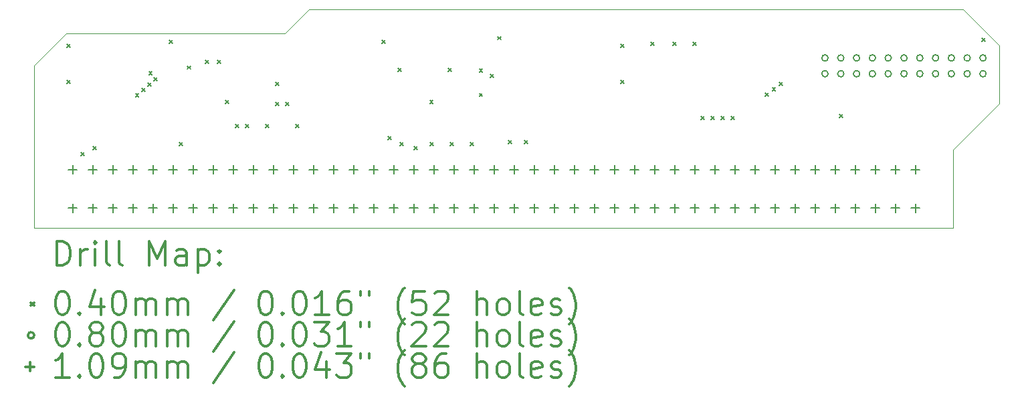
<source format=gbr>
%FSLAX45Y45*%
G04 Gerber Fmt 4.5, Leading zero omitted, Abs format (unit mm)*
G04 Created by KiCad (PCBNEW (5.1.6)-1) date 2022-11-05 15:29:07*
%MOMM*%
%LPD*%
G01*
G04 APERTURE LIST*
%TA.AperFunction,Profile*%
%ADD10C,0.050000*%
%TD*%
%ADD11C,0.200000*%
%ADD12C,0.300000*%
G04 APERTURE END LIST*
D10*
X9677400Y-6731000D02*
X9677400Y-8788400D01*
X10083800Y-6324600D02*
X9677400Y-6731000D01*
X12852400Y-6324600D02*
X10083800Y-6324600D01*
X13157200Y-6019800D02*
X12852400Y-6324600D01*
X21437600Y-6019800D02*
X13157200Y-6019800D01*
X21894800Y-6477000D02*
X21437600Y-6019800D01*
X21894800Y-7213600D02*
X21894800Y-6477000D01*
X21310600Y-7797800D02*
X21894800Y-7213600D01*
X21310600Y-8788400D02*
X21310600Y-7797800D01*
X9677400Y-8788400D02*
X21310600Y-8788400D01*
D11*
X10089200Y-6457000D02*
X10129200Y-6497000D01*
X10129200Y-6457000D02*
X10089200Y-6497000D01*
X10089200Y-6914200D02*
X10129200Y-6954200D01*
X10129200Y-6914200D02*
X10089200Y-6954200D01*
X10267000Y-7828600D02*
X10307000Y-7868600D01*
X10307000Y-7828600D02*
X10267000Y-7868600D01*
X10417985Y-7750985D02*
X10457985Y-7790985D01*
X10457985Y-7750985D02*
X10417985Y-7790985D01*
X10956815Y-7087985D02*
X10996815Y-7127985D01*
X10996815Y-7087985D02*
X10956815Y-7127985D01*
X11040732Y-7020000D02*
X11080732Y-7060000D01*
X11080732Y-7020000D02*
X11040732Y-7060000D01*
X11116808Y-6950000D02*
X11156808Y-6990000D01*
X11156808Y-6950000D02*
X11116808Y-6990000D01*
X11126825Y-6802630D02*
X11166825Y-6842630D01*
X11166825Y-6802630D02*
X11126825Y-6842630D01*
X11190642Y-6880000D02*
X11230642Y-6920000D01*
X11230642Y-6880000D02*
X11190642Y-6920000D01*
X11384600Y-6406200D02*
X11424600Y-6446200D01*
X11424600Y-6406200D02*
X11384600Y-6446200D01*
X11511600Y-7701600D02*
X11551600Y-7741600D01*
X11551600Y-7701600D02*
X11511600Y-7741600D01*
X11613200Y-6732630D02*
X11653200Y-6772630D01*
X11653200Y-6732630D02*
X11613200Y-6772630D01*
X11841800Y-6660200D02*
X11881800Y-6700200D01*
X11881800Y-6660200D02*
X11841800Y-6700200D01*
X11994200Y-6660200D02*
X12034200Y-6700200D01*
X12034200Y-6660200D02*
X11994200Y-6700200D01*
X12095800Y-7168200D02*
X12135800Y-7208200D01*
X12135800Y-7168200D02*
X12095800Y-7208200D01*
X12222800Y-7473000D02*
X12262800Y-7513000D01*
X12262800Y-7473000D02*
X12222800Y-7513000D01*
X12349800Y-7476700D02*
X12389800Y-7516700D01*
X12389800Y-7476700D02*
X12349800Y-7516700D01*
X12603800Y-7473000D02*
X12643800Y-7513000D01*
X12643800Y-7473000D02*
X12603800Y-7513000D01*
X12730800Y-6939600D02*
X12770800Y-6979600D01*
X12770800Y-6939600D02*
X12730800Y-6979600D01*
X12730800Y-7193600D02*
X12770800Y-7233600D01*
X12770800Y-7193600D02*
X12730800Y-7233600D01*
X12857800Y-7193600D02*
X12897800Y-7233600D01*
X12897800Y-7193600D02*
X12857800Y-7233600D01*
X12984800Y-7473000D02*
X13024800Y-7513000D01*
X13024800Y-7473000D02*
X12984800Y-7513000D01*
X14077000Y-6406200D02*
X14117000Y-6446200D01*
X14117000Y-6406200D02*
X14077000Y-6446200D01*
X14153200Y-7625400D02*
X14193200Y-7665400D01*
X14193200Y-7625400D02*
X14153200Y-7665400D01*
X14280200Y-6761800D02*
X14320200Y-6801800D01*
X14320200Y-6761800D02*
X14280200Y-6801800D01*
X14305600Y-7701600D02*
X14345600Y-7741600D01*
X14345600Y-7701600D02*
X14305600Y-7741600D01*
X14483865Y-7752865D02*
X14523865Y-7792865D01*
X14523865Y-7752865D02*
X14483865Y-7792865D01*
X14681901Y-7168200D02*
X14721901Y-7208200D01*
X14721901Y-7168200D02*
X14681901Y-7208200D01*
X14686600Y-7701600D02*
X14726600Y-7741600D01*
X14726600Y-7701600D02*
X14686600Y-7741600D01*
X14915200Y-6761800D02*
X14955200Y-6801800D01*
X14955200Y-6761800D02*
X14915200Y-6801800D01*
X14940600Y-7701600D02*
X14980600Y-7741600D01*
X14980600Y-7701600D02*
X14940600Y-7741600D01*
X15194600Y-7701600D02*
X15234600Y-7741600D01*
X15234600Y-7701600D02*
X15194600Y-7741600D01*
X15309365Y-6774035D02*
X15349365Y-6814035D01*
X15349365Y-6774035D02*
X15309365Y-6814035D01*
X15309365Y-7079765D02*
X15349365Y-7119765D01*
X15349365Y-7079765D02*
X15309365Y-7119765D01*
X15448600Y-6838000D02*
X15488600Y-6878000D01*
X15488600Y-6838000D02*
X15448600Y-6878000D01*
X15544401Y-6361199D02*
X15584401Y-6401199D01*
X15584401Y-6361199D02*
X15544401Y-6401199D01*
X15677200Y-7676200D02*
X15717200Y-7716200D01*
X15717200Y-7676200D02*
X15677200Y-7716200D01*
X15880400Y-7676200D02*
X15920400Y-7716200D01*
X15920400Y-7676200D02*
X15880400Y-7716200D01*
X17099600Y-6457000D02*
X17139600Y-6497000D01*
X17139600Y-6457000D02*
X17099600Y-6497000D01*
X17099600Y-6914200D02*
X17139600Y-6954200D01*
X17139600Y-6914200D02*
X17099600Y-6954200D01*
X17480600Y-6431600D02*
X17520600Y-6471600D01*
X17520600Y-6431600D02*
X17480600Y-6471600D01*
X17760000Y-6431600D02*
X17800000Y-6471600D01*
X17800000Y-6431600D02*
X17760000Y-6471600D01*
X18014000Y-6431600D02*
X18054000Y-6471600D01*
X18054000Y-6431600D02*
X18014000Y-6471600D01*
X18115600Y-7371400D02*
X18155600Y-7411400D01*
X18155600Y-7371400D02*
X18115600Y-7411400D01*
X18242600Y-7371400D02*
X18282600Y-7411400D01*
X18282600Y-7371400D02*
X18242600Y-7411400D01*
X18369600Y-7371400D02*
X18409600Y-7411400D01*
X18409600Y-7371400D02*
X18369600Y-7411400D01*
X18496600Y-7371400D02*
X18536600Y-7411400D01*
X18536600Y-7371400D02*
X18496600Y-7411400D01*
X18928400Y-7079600D02*
X18968400Y-7119600D01*
X18968400Y-7079600D02*
X18928400Y-7119600D01*
X19016757Y-7009600D02*
X19056757Y-7049600D01*
X19056757Y-7009600D02*
X19016757Y-7049600D01*
X19106200Y-6939600D02*
X19146200Y-6979600D01*
X19146200Y-6939600D02*
X19106200Y-6979600D01*
X19868200Y-7346000D02*
X19908200Y-7386000D01*
X19908200Y-7346000D02*
X19868200Y-7386000D01*
X21671600Y-6380800D02*
X21711600Y-6420800D01*
X21711600Y-6380800D02*
X21671600Y-6420800D01*
X19725200Y-6632600D02*
G75*
G03*
X19725200Y-6632600I-40000J0D01*
G01*
X19725200Y-6832600D02*
G75*
G03*
X19725200Y-6832600I-40000J0D01*
G01*
X19925200Y-6632600D02*
G75*
G03*
X19925200Y-6632600I-40000J0D01*
G01*
X19925200Y-6832600D02*
G75*
G03*
X19925200Y-6832600I-40000J0D01*
G01*
X20125200Y-6632600D02*
G75*
G03*
X20125200Y-6632600I-40000J0D01*
G01*
X20125200Y-6832600D02*
G75*
G03*
X20125200Y-6832600I-40000J0D01*
G01*
X20325200Y-6632600D02*
G75*
G03*
X20325200Y-6632600I-40000J0D01*
G01*
X20325200Y-6832600D02*
G75*
G03*
X20325200Y-6832600I-40000J0D01*
G01*
X20525200Y-6632600D02*
G75*
G03*
X20525200Y-6632600I-40000J0D01*
G01*
X20525200Y-6832600D02*
G75*
G03*
X20525200Y-6832600I-40000J0D01*
G01*
X20725200Y-6632600D02*
G75*
G03*
X20725200Y-6632600I-40000J0D01*
G01*
X20725200Y-6832600D02*
G75*
G03*
X20725200Y-6832600I-40000J0D01*
G01*
X20925200Y-6632600D02*
G75*
G03*
X20925200Y-6632600I-40000J0D01*
G01*
X20925200Y-6832600D02*
G75*
G03*
X20925200Y-6832600I-40000J0D01*
G01*
X21125200Y-6632600D02*
G75*
G03*
X21125200Y-6632600I-40000J0D01*
G01*
X21125200Y-6832600D02*
G75*
G03*
X21125200Y-6832600I-40000J0D01*
G01*
X21325200Y-6632600D02*
G75*
G03*
X21325200Y-6632600I-40000J0D01*
G01*
X21325200Y-6832600D02*
G75*
G03*
X21325200Y-6832600I-40000J0D01*
G01*
X21525200Y-6632600D02*
G75*
G03*
X21525200Y-6632600I-40000J0D01*
G01*
X21525200Y-6832600D02*
G75*
G03*
X21525200Y-6832600I-40000J0D01*
G01*
X21725200Y-6632600D02*
G75*
G03*
X21725200Y-6632600I-40000J0D01*
G01*
X21725200Y-6832600D02*
G75*
G03*
X21725200Y-6832600I-40000J0D01*
G01*
X10162100Y-7992940D02*
X10162100Y-8102160D01*
X10107490Y-8047550D02*
X10216710Y-8047550D01*
X10162100Y-8478080D02*
X10162100Y-8587300D01*
X10107490Y-8532690D02*
X10216710Y-8532690D01*
X10416100Y-7992940D02*
X10416100Y-8102160D01*
X10361490Y-8047550D02*
X10470710Y-8047550D01*
X10416100Y-8478080D02*
X10416100Y-8587300D01*
X10361490Y-8532690D02*
X10470710Y-8532690D01*
X10670100Y-7992940D02*
X10670100Y-8102160D01*
X10615490Y-8047550D02*
X10724710Y-8047550D01*
X10670100Y-8478080D02*
X10670100Y-8587300D01*
X10615490Y-8532690D02*
X10724710Y-8532690D01*
X10924100Y-7992940D02*
X10924100Y-8102160D01*
X10869490Y-8047550D02*
X10978710Y-8047550D01*
X10924100Y-8478080D02*
X10924100Y-8587300D01*
X10869490Y-8532690D02*
X10978710Y-8532690D01*
X11178100Y-7992940D02*
X11178100Y-8102160D01*
X11123490Y-8047550D02*
X11232710Y-8047550D01*
X11178100Y-8478080D02*
X11178100Y-8587300D01*
X11123490Y-8532690D02*
X11232710Y-8532690D01*
X11432100Y-7992940D02*
X11432100Y-8102160D01*
X11377490Y-8047550D02*
X11486710Y-8047550D01*
X11432100Y-8478080D02*
X11432100Y-8587300D01*
X11377490Y-8532690D02*
X11486710Y-8532690D01*
X11686100Y-7992940D02*
X11686100Y-8102160D01*
X11631490Y-8047550D02*
X11740710Y-8047550D01*
X11686100Y-8478080D02*
X11686100Y-8587300D01*
X11631490Y-8532690D02*
X11740710Y-8532690D01*
X11940100Y-7992940D02*
X11940100Y-8102160D01*
X11885490Y-8047550D02*
X11994710Y-8047550D01*
X11940100Y-8478080D02*
X11940100Y-8587300D01*
X11885490Y-8532690D02*
X11994710Y-8532690D01*
X12194100Y-7992940D02*
X12194100Y-8102160D01*
X12139490Y-8047550D02*
X12248710Y-8047550D01*
X12194100Y-8478080D02*
X12194100Y-8587300D01*
X12139490Y-8532690D02*
X12248710Y-8532690D01*
X12448100Y-7992940D02*
X12448100Y-8102160D01*
X12393490Y-8047550D02*
X12502710Y-8047550D01*
X12448100Y-8478080D02*
X12448100Y-8587300D01*
X12393490Y-8532690D02*
X12502710Y-8532690D01*
X12702100Y-7992940D02*
X12702100Y-8102160D01*
X12647490Y-8047550D02*
X12756710Y-8047550D01*
X12702100Y-8478080D02*
X12702100Y-8587300D01*
X12647490Y-8532690D02*
X12756710Y-8532690D01*
X12956100Y-7992940D02*
X12956100Y-8102160D01*
X12901490Y-8047550D02*
X13010710Y-8047550D01*
X12956100Y-8478080D02*
X12956100Y-8587300D01*
X12901490Y-8532690D02*
X13010710Y-8532690D01*
X13210100Y-7992940D02*
X13210100Y-8102160D01*
X13155490Y-8047550D02*
X13264710Y-8047550D01*
X13210100Y-8478080D02*
X13210100Y-8587300D01*
X13155490Y-8532690D02*
X13264710Y-8532690D01*
X13464100Y-7992940D02*
X13464100Y-8102160D01*
X13409490Y-8047550D02*
X13518710Y-8047550D01*
X13464100Y-8478080D02*
X13464100Y-8587300D01*
X13409490Y-8532690D02*
X13518710Y-8532690D01*
X13718100Y-7992940D02*
X13718100Y-8102160D01*
X13663490Y-8047550D02*
X13772710Y-8047550D01*
X13718100Y-8478080D02*
X13718100Y-8587300D01*
X13663490Y-8532690D02*
X13772710Y-8532690D01*
X13972100Y-7992940D02*
X13972100Y-8102160D01*
X13917490Y-8047550D02*
X14026710Y-8047550D01*
X13972100Y-8478080D02*
X13972100Y-8587300D01*
X13917490Y-8532690D02*
X14026710Y-8532690D01*
X14226100Y-7992940D02*
X14226100Y-8102160D01*
X14171490Y-8047550D02*
X14280710Y-8047550D01*
X14226100Y-8478080D02*
X14226100Y-8587300D01*
X14171490Y-8532690D02*
X14280710Y-8532690D01*
X14480100Y-7992940D02*
X14480100Y-8102160D01*
X14425490Y-8047550D02*
X14534710Y-8047550D01*
X14480100Y-8478080D02*
X14480100Y-8587300D01*
X14425490Y-8532690D02*
X14534710Y-8532690D01*
X14734100Y-7992940D02*
X14734100Y-8102160D01*
X14679490Y-8047550D02*
X14788710Y-8047550D01*
X14734100Y-8478080D02*
X14734100Y-8587300D01*
X14679490Y-8532690D02*
X14788710Y-8532690D01*
X14988100Y-7992940D02*
X14988100Y-8102160D01*
X14933490Y-8047550D02*
X15042710Y-8047550D01*
X14988100Y-8478080D02*
X14988100Y-8587300D01*
X14933490Y-8532690D02*
X15042710Y-8532690D01*
X15242100Y-7992940D02*
X15242100Y-8102160D01*
X15187490Y-8047550D02*
X15296710Y-8047550D01*
X15242100Y-8478080D02*
X15242100Y-8587300D01*
X15187490Y-8532690D02*
X15296710Y-8532690D01*
X15496100Y-7992940D02*
X15496100Y-8102160D01*
X15441490Y-8047550D02*
X15550710Y-8047550D01*
X15496100Y-8478080D02*
X15496100Y-8587300D01*
X15441490Y-8532690D02*
X15550710Y-8532690D01*
X15750100Y-7992940D02*
X15750100Y-8102160D01*
X15695490Y-8047550D02*
X15804710Y-8047550D01*
X15750100Y-8478080D02*
X15750100Y-8587300D01*
X15695490Y-8532690D02*
X15804710Y-8532690D01*
X16004100Y-7992940D02*
X16004100Y-8102160D01*
X15949490Y-8047550D02*
X16058710Y-8047550D01*
X16004100Y-8478080D02*
X16004100Y-8587300D01*
X15949490Y-8532690D02*
X16058710Y-8532690D01*
X16258100Y-7992940D02*
X16258100Y-8102160D01*
X16203490Y-8047550D02*
X16312710Y-8047550D01*
X16258100Y-8478080D02*
X16258100Y-8587300D01*
X16203490Y-8532690D02*
X16312710Y-8532690D01*
X16512100Y-7992940D02*
X16512100Y-8102160D01*
X16457490Y-8047550D02*
X16566710Y-8047550D01*
X16512100Y-8478080D02*
X16512100Y-8587300D01*
X16457490Y-8532690D02*
X16566710Y-8532690D01*
X16766100Y-7992940D02*
X16766100Y-8102160D01*
X16711490Y-8047550D02*
X16820710Y-8047550D01*
X16766100Y-8478080D02*
X16766100Y-8587300D01*
X16711490Y-8532690D02*
X16820710Y-8532690D01*
X17020100Y-7992940D02*
X17020100Y-8102160D01*
X16965490Y-8047550D02*
X17074710Y-8047550D01*
X17020100Y-8478080D02*
X17020100Y-8587300D01*
X16965490Y-8532690D02*
X17074710Y-8532690D01*
X17274100Y-7992940D02*
X17274100Y-8102160D01*
X17219490Y-8047550D02*
X17328710Y-8047550D01*
X17274100Y-8478080D02*
X17274100Y-8587300D01*
X17219490Y-8532690D02*
X17328710Y-8532690D01*
X17528100Y-7992940D02*
X17528100Y-8102160D01*
X17473490Y-8047550D02*
X17582710Y-8047550D01*
X17528100Y-8478080D02*
X17528100Y-8587300D01*
X17473490Y-8532690D02*
X17582710Y-8532690D01*
X17782100Y-7992940D02*
X17782100Y-8102160D01*
X17727490Y-8047550D02*
X17836710Y-8047550D01*
X17782100Y-8478080D02*
X17782100Y-8587300D01*
X17727490Y-8532690D02*
X17836710Y-8532690D01*
X18036100Y-7992940D02*
X18036100Y-8102160D01*
X17981490Y-8047550D02*
X18090710Y-8047550D01*
X18036100Y-8478080D02*
X18036100Y-8587300D01*
X17981490Y-8532690D02*
X18090710Y-8532690D01*
X18290100Y-7992940D02*
X18290100Y-8102160D01*
X18235490Y-8047550D02*
X18344710Y-8047550D01*
X18290100Y-8478080D02*
X18290100Y-8587300D01*
X18235490Y-8532690D02*
X18344710Y-8532690D01*
X18544100Y-7992940D02*
X18544100Y-8102160D01*
X18489490Y-8047550D02*
X18598710Y-8047550D01*
X18544100Y-8478080D02*
X18544100Y-8587300D01*
X18489490Y-8532690D02*
X18598710Y-8532690D01*
X18798100Y-7992940D02*
X18798100Y-8102160D01*
X18743490Y-8047550D02*
X18852710Y-8047550D01*
X18798100Y-8478080D02*
X18798100Y-8587300D01*
X18743490Y-8532690D02*
X18852710Y-8532690D01*
X19052100Y-7992940D02*
X19052100Y-8102160D01*
X18997490Y-8047550D02*
X19106710Y-8047550D01*
X19052100Y-8478080D02*
X19052100Y-8587300D01*
X18997490Y-8532690D02*
X19106710Y-8532690D01*
X19306100Y-7992940D02*
X19306100Y-8102160D01*
X19251490Y-8047550D02*
X19360710Y-8047550D01*
X19306100Y-8478080D02*
X19306100Y-8587300D01*
X19251490Y-8532690D02*
X19360710Y-8532690D01*
X19560100Y-7992940D02*
X19560100Y-8102160D01*
X19505490Y-8047550D02*
X19614710Y-8047550D01*
X19560100Y-8478080D02*
X19560100Y-8587300D01*
X19505490Y-8532690D02*
X19614710Y-8532690D01*
X19814100Y-7992940D02*
X19814100Y-8102160D01*
X19759490Y-8047550D02*
X19868710Y-8047550D01*
X19814100Y-8478080D02*
X19814100Y-8587300D01*
X19759490Y-8532690D02*
X19868710Y-8532690D01*
X20068100Y-7992940D02*
X20068100Y-8102160D01*
X20013490Y-8047550D02*
X20122710Y-8047550D01*
X20068100Y-8478080D02*
X20068100Y-8587300D01*
X20013490Y-8532690D02*
X20122710Y-8532690D01*
X20322100Y-7992940D02*
X20322100Y-8102160D01*
X20267490Y-8047550D02*
X20376710Y-8047550D01*
X20322100Y-8478080D02*
X20322100Y-8587300D01*
X20267490Y-8532690D02*
X20376710Y-8532690D01*
X20576100Y-7992940D02*
X20576100Y-8102160D01*
X20521490Y-8047550D02*
X20630710Y-8047550D01*
X20576100Y-8478080D02*
X20576100Y-8587300D01*
X20521490Y-8532690D02*
X20630710Y-8532690D01*
X20830100Y-7992940D02*
X20830100Y-8102160D01*
X20775490Y-8047550D02*
X20884710Y-8047550D01*
X20830100Y-8478080D02*
X20830100Y-8587300D01*
X20775490Y-8532690D02*
X20884710Y-8532690D01*
D12*
X9961328Y-9256614D02*
X9961328Y-8956614D01*
X10032757Y-8956614D01*
X10075614Y-8970900D01*
X10104186Y-8999472D01*
X10118471Y-9028043D01*
X10132757Y-9085186D01*
X10132757Y-9128043D01*
X10118471Y-9185186D01*
X10104186Y-9213757D01*
X10075614Y-9242329D01*
X10032757Y-9256614D01*
X9961328Y-9256614D01*
X10261328Y-9256614D02*
X10261328Y-9056614D01*
X10261328Y-9113757D02*
X10275614Y-9085186D01*
X10289900Y-9070900D01*
X10318471Y-9056614D01*
X10347043Y-9056614D01*
X10447043Y-9256614D02*
X10447043Y-9056614D01*
X10447043Y-8956614D02*
X10432757Y-8970900D01*
X10447043Y-8985186D01*
X10461328Y-8970900D01*
X10447043Y-8956614D01*
X10447043Y-8985186D01*
X10632757Y-9256614D02*
X10604186Y-9242329D01*
X10589900Y-9213757D01*
X10589900Y-8956614D01*
X10789900Y-9256614D02*
X10761328Y-9242329D01*
X10747043Y-9213757D01*
X10747043Y-8956614D01*
X11132757Y-9256614D02*
X11132757Y-8956614D01*
X11232757Y-9170900D01*
X11332757Y-8956614D01*
X11332757Y-9256614D01*
X11604186Y-9256614D02*
X11604186Y-9099472D01*
X11589900Y-9070900D01*
X11561328Y-9056614D01*
X11504186Y-9056614D01*
X11475614Y-9070900D01*
X11604186Y-9242329D02*
X11575614Y-9256614D01*
X11504186Y-9256614D01*
X11475614Y-9242329D01*
X11461328Y-9213757D01*
X11461328Y-9185186D01*
X11475614Y-9156614D01*
X11504186Y-9142329D01*
X11575614Y-9142329D01*
X11604186Y-9128043D01*
X11747043Y-9056614D02*
X11747043Y-9356614D01*
X11747043Y-9070900D02*
X11775614Y-9056614D01*
X11832757Y-9056614D01*
X11861328Y-9070900D01*
X11875614Y-9085186D01*
X11889900Y-9113757D01*
X11889900Y-9199472D01*
X11875614Y-9228043D01*
X11861328Y-9242329D01*
X11832757Y-9256614D01*
X11775614Y-9256614D01*
X11747043Y-9242329D01*
X12018471Y-9228043D02*
X12032757Y-9242329D01*
X12018471Y-9256614D01*
X12004186Y-9242329D01*
X12018471Y-9228043D01*
X12018471Y-9256614D01*
X12018471Y-9070900D02*
X12032757Y-9085186D01*
X12018471Y-9099472D01*
X12004186Y-9085186D01*
X12018471Y-9070900D01*
X12018471Y-9099472D01*
X9634900Y-9730900D02*
X9674900Y-9770900D01*
X9674900Y-9730900D02*
X9634900Y-9770900D01*
X10018471Y-9586614D02*
X10047043Y-9586614D01*
X10075614Y-9600900D01*
X10089900Y-9615186D01*
X10104186Y-9643757D01*
X10118471Y-9700900D01*
X10118471Y-9772329D01*
X10104186Y-9829472D01*
X10089900Y-9858043D01*
X10075614Y-9872329D01*
X10047043Y-9886614D01*
X10018471Y-9886614D01*
X9989900Y-9872329D01*
X9975614Y-9858043D01*
X9961328Y-9829472D01*
X9947043Y-9772329D01*
X9947043Y-9700900D01*
X9961328Y-9643757D01*
X9975614Y-9615186D01*
X9989900Y-9600900D01*
X10018471Y-9586614D01*
X10247043Y-9858043D02*
X10261328Y-9872329D01*
X10247043Y-9886614D01*
X10232757Y-9872329D01*
X10247043Y-9858043D01*
X10247043Y-9886614D01*
X10518471Y-9686614D02*
X10518471Y-9886614D01*
X10447043Y-9572329D02*
X10375614Y-9786614D01*
X10561328Y-9786614D01*
X10732757Y-9586614D02*
X10761328Y-9586614D01*
X10789900Y-9600900D01*
X10804186Y-9615186D01*
X10818471Y-9643757D01*
X10832757Y-9700900D01*
X10832757Y-9772329D01*
X10818471Y-9829472D01*
X10804186Y-9858043D01*
X10789900Y-9872329D01*
X10761328Y-9886614D01*
X10732757Y-9886614D01*
X10704186Y-9872329D01*
X10689900Y-9858043D01*
X10675614Y-9829472D01*
X10661328Y-9772329D01*
X10661328Y-9700900D01*
X10675614Y-9643757D01*
X10689900Y-9615186D01*
X10704186Y-9600900D01*
X10732757Y-9586614D01*
X10961328Y-9886614D02*
X10961328Y-9686614D01*
X10961328Y-9715186D02*
X10975614Y-9700900D01*
X11004186Y-9686614D01*
X11047043Y-9686614D01*
X11075614Y-9700900D01*
X11089900Y-9729472D01*
X11089900Y-9886614D01*
X11089900Y-9729472D02*
X11104186Y-9700900D01*
X11132757Y-9686614D01*
X11175614Y-9686614D01*
X11204186Y-9700900D01*
X11218471Y-9729472D01*
X11218471Y-9886614D01*
X11361328Y-9886614D02*
X11361328Y-9686614D01*
X11361328Y-9715186D02*
X11375614Y-9700900D01*
X11404186Y-9686614D01*
X11447043Y-9686614D01*
X11475614Y-9700900D01*
X11489900Y-9729472D01*
X11489900Y-9886614D01*
X11489900Y-9729472D02*
X11504186Y-9700900D01*
X11532757Y-9686614D01*
X11575614Y-9686614D01*
X11604186Y-9700900D01*
X11618471Y-9729472D01*
X11618471Y-9886614D01*
X12204186Y-9572329D02*
X11947043Y-9958043D01*
X12589900Y-9586614D02*
X12618471Y-9586614D01*
X12647043Y-9600900D01*
X12661328Y-9615186D01*
X12675614Y-9643757D01*
X12689900Y-9700900D01*
X12689900Y-9772329D01*
X12675614Y-9829472D01*
X12661328Y-9858043D01*
X12647043Y-9872329D01*
X12618471Y-9886614D01*
X12589900Y-9886614D01*
X12561328Y-9872329D01*
X12547043Y-9858043D01*
X12532757Y-9829472D01*
X12518471Y-9772329D01*
X12518471Y-9700900D01*
X12532757Y-9643757D01*
X12547043Y-9615186D01*
X12561328Y-9600900D01*
X12589900Y-9586614D01*
X12818471Y-9858043D02*
X12832757Y-9872329D01*
X12818471Y-9886614D01*
X12804186Y-9872329D01*
X12818471Y-9858043D01*
X12818471Y-9886614D01*
X13018471Y-9586614D02*
X13047043Y-9586614D01*
X13075614Y-9600900D01*
X13089900Y-9615186D01*
X13104186Y-9643757D01*
X13118471Y-9700900D01*
X13118471Y-9772329D01*
X13104186Y-9829472D01*
X13089900Y-9858043D01*
X13075614Y-9872329D01*
X13047043Y-9886614D01*
X13018471Y-9886614D01*
X12989900Y-9872329D01*
X12975614Y-9858043D01*
X12961328Y-9829472D01*
X12947043Y-9772329D01*
X12947043Y-9700900D01*
X12961328Y-9643757D01*
X12975614Y-9615186D01*
X12989900Y-9600900D01*
X13018471Y-9586614D01*
X13404186Y-9886614D02*
X13232757Y-9886614D01*
X13318471Y-9886614D02*
X13318471Y-9586614D01*
X13289900Y-9629472D01*
X13261328Y-9658043D01*
X13232757Y-9672329D01*
X13661328Y-9586614D02*
X13604186Y-9586614D01*
X13575614Y-9600900D01*
X13561328Y-9615186D01*
X13532757Y-9658043D01*
X13518471Y-9715186D01*
X13518471Y-9829472D01*
X13532757Y-9858043D01*
X13547043Y-9872329D01*
X13575614Y-9886614D01*
X13632757Y-9886614D01*
X13661328Y-9872329D01*
X13675614Y-9858043D01*
X13689900Y-9829472D01*
X13689900Y-9758043D01*
X13675614Y-9729472D01*
X13661328Y-9715186D01*
X13632757Y-9700900D01*
X13575614Y-9700900D01*
X13547043Y-9715186D01*
X13532757Y-9729472D01*
X13518471Y-9758043D01*
X13804186Y-9586614D02*
X13804186Y-9643757D01*
X13918471Y-9586614D02*
X13918471Y-9643757D01*
X14361328Y-10000900D02*
X14347043Y-9986614D01*
X14318471Y-9943757D01*
X14304186Y-9915186D01*
X14289900Y-9872329D01*
X14275614Y-9800900D01*
X14275614Y-9743757D01*
X14289900Y-9672329D01*
X14304186Y-9629472D01*
X14318471Y-9600900D01*
X14347043Y-9558043D01*
X14361328Y-9543757D01*
X14618471Y-9586614D02*
X14475614Y-9586614D01*
X14461328Y-9729472D01*
X14475614Y-9715186D01*
X14504186Y-9700900D01*
X14575614Y-9700900D01*
X14604186Y-9715186D01*
X14618471Y-9729472D01*
X14632757Y-9758043D01*
X14632757Y-9829472D01*
X14618471Y-9858043D01*
X14604186Y-9872329D01*
X14575614Y-9886614D01*
X14504186Y-9886614D01*
X14475614Y-9872329D01*
X14461328Y-9858043D01*
X14747043Y-9615186D02*
X14761328Y-9600900D01*
X14789900Y-9586614D01*
X14861328Y-9586614D01*
X14889900Y-9600900D01*
X14904186Y-9615186D01*
X14918471Y-9643757D01*
X14918471Y-9672329D01*
X14904186Y-9715186D01*
X14732757Y-9886614D01*
X14918471Y-9886614D01*
X15275614Y-9886614D02*
X15275614Y-9586614D01*
X15404186Y-9886614D02*
X15404186Y-9729472D01*
X15389900Y-9700900D01*
X15361328Y-9686614D01*
X15318471Y-9686614D01*
X15289900Y-9700900D01*
X15275614Y-9715186D01*
X15589900Y-9886614D02*
X15561328Y-9872329D01*
X15547043Y-9858043D01*
X15532757Y-9829472D01*
X15532757Y-9743757D01*
X15547043Y-9715186D01*
X15561328Y-9700900D01*
X15589900Y-9686614D01*
X15632757Y-9686614D01*
X15661328Y-9700900D01*
X15675614Y-9715186D01*
X15689900Y-9743757D01*
X15689900Y-9829472D01*
X15675614Y-9858043D01*
X15661328Y-9872329D01*
X15632757Y-9886614D01*
X15589900Y-9886614D01*
X15861328Y-9886614D02*
X15832757Y-9872329D01*
X15818471Y-9843757D01*
X15818471Y-9586614D01*
X16089900Y-9872329D02*
X16061328Y-9886614D01*
X16004186Y-9886614D01*
X15975614Y-9872329D01*
X15961328Y-9843757D01*
X15961328Y-9729472D01*
X15975614Y-9700900D01*
X16004186Y-9686614D01*
X16061328Y-9686614D01*
X16089900Y-9700900D01*
X16104186Y-9729472D01*
X16104186Y-9758043D01*
X15961328Y-9786614D01*
X16218471Y-9872329D02*
X16247043Y-9886614D01*
X16304186Y-9886614D01*
X16332757Y-9872329D01*
X16347043Y-9843757D01*
X16347043Y-9829472D01*
X16332757Y-9800900D01*
X16304186Y-9786614D01*
X16261328Y-9786614D01*
X16232757Y-9772329D01*
X16218471Y-9743757D01*
X16218471Y-9729472D01*
X16232757Y-9700900D01*
X16261328Y-9686614D01*
X16304186Y-9686614D01*
X16332757Y-9700900D01*
X16447043Y-10000900D02*
X16461328Y-9986614D01*
X16489900Y-9943757D01*
X16504186Y-9915186D01*
X16518471Y-9872329D01*
X16532757Y-9800900D01*
X16532757Y-9743757D01*
X16518471Y-9672329D01*
X16504186Y-9629472D01*
X16489900Y-9600900D01*
X16461328Y-9558043D01*
X16447043Y-9543757D01*
X9674900Y-10146900D02*
G75*
G03*
X9674900Y-10146900I-40000J0D01*
G01*
X10018471Y-9982614D02*
X10047043Y-9982614D01*
X10075614Y-9996900D01*
X10089900Y-10011186D01*
X10104186Y-10039757D01*
X10118471Y-10096900D01*
X10118471Y-10168329D01*
X10104186Y-10225472D01*
X10089900Y-10254043D01*
X10075614Y-10268329D01*
X10047043Y-10282614D01*
X10018471Y-10282614D01*
X9989900Y-10268329D01*
X9975614Y-10254043D01*
X9961328Y-10225472D01*
X9947043Y-10168329D01*
X9947043Y-10096900D01*
X9961328Y-10039757D01*
X9975614Y-10011186D01*
X9989900Y-9996900D01*
X10018471Y-9982614D01*
X10247043Y-10254043D02*
X10261328Y-10268329D01*
X10247043Y-10282614D01*
X10232757Y-10268329D01*
X10247043Y-10254043D01*
X10247043Y-10282614D01*
X10432757Y-10111186D02*
X10404186Y-10096900D01*
X10389900Y-10082614D01*
X10375614Y-10054043D01*
X10375614Y-10039757D01*
X10389900Y-10011186D01*
X10404186Y-9996900D01*
X10432757Y-9982614D01*
X10489900Y-9982614D01*
X10518471Y-9996900D01*
X10532757Y-10011186D01*
X10547043Y-10039757D01*
X10547043Y-10054043D01*
X10532757Y-10082614D01*
X10518471Y-10096900D01*
X10489900Y-10111186D01*
X10432757Y-10111186D01*
X10404186Y-10125472D01*
X10389900Y-10139757D01*
X10375614Y-10168329D01*
X10375614Y-10225472D01*
X10389900Y-10254043D01*
X10404186Y-10268329D01*
X10432757Y-10282614D01*
X10489900Y-10282614D01*
X10518471Y-10268329D01*
X10532757Y-10254043D01*
X10547043Y-10225472D01*
X10547043Y-10168329D01*
X10532757Y-10139757D01*
X10518471Y-10125472D01*
X10489900Y-10111186D01*
X10732757Y-9982614D02*
X10761328Y-9982614D01*
X10789900Y-9996900D01*
X10804186Y-10011186D01*
X10818471Y-10039757D01*
X10832757Y-10096900D01*
X10832757Y-10168329D01*
X10818471Y-10225472D01*
X10804186Y-10254043D01*
X10789900Y-10268329D01*
X10761328Y-10282614D01*
X10732757Y-10282614D01*
X10704186Y-10268329D01*
X10689900Y-10254043D01*
X10675614Y-10225472D01*
X10661328Y-10168329D01*
X10661328Y-10096900D01*
X10675614Y-10039757D01*
X10689900Y-10011186D01*
X10704186Y-9996900D01*
X10732757Y-9982614D01*
X10961328Y-10282614D02*
X10961328Y-10082614D01*
X10961328Y-10111186D02*
X10975614Y-10096900D01*
X11004186Y-10082614D01*
X11047043Y-10082614D01*
X11075614Y-10096900D01*
X11089900Y-10125472D01*
X11089900Y-10282614D01*
X11089900Y-10125472D02*
X11104186Y-10096900D01*
X11132757Y-10082614D01*
X11175614Y-10082614D01*
X11204186Y-10096900D01*
X11218471Y-10125472D01*
X11218471Y-10282614D01*
X11361328Y-10282614D02*
X11361328Y-10082614D01*
X11361328Y-10111186D02*
X11375614Y-10096900D01*
X11404186Y-10082614D01*
X11447043Y-10082614D01*
X11475614Y-10096900D01*
X11489900Y-10125472D01*
X11489900Y-10282614D01*
X11489900Y-10125472D02*
X11504186Y-10096900D01*
X11532757Y-10082614D01*
X11575614Y-10082614D01*
X11604186Y-10096900D01*
X11618471Y-10125472D01*
X11618471Y-10282614D01*
X12204186Y-9968329D02*
X11947043Y-10354043D01*
X12589900Y-9982614D02*
X12618471Y-9982614D01*
X12647043Y-9996900D01*
X12661328Y-10011186D01*
X12675614Y-10039757D01*
X12689900Y-10096900D01*
X12689900Y-10168329D01*
X12675614Y-10225472D01*
X12661328Y-10254043D01*
X12647043Y-10268329D01*
X12618471Y-10282614D01*
X12589900Y-10282614D01*
X12561328Y-10268329D01*
X12547043Y-10254043D01*
X12532757Y-10225472D01*
X12518471Y-10168329D01*
X12518471Y-10096900D01*
X12532757Y-10039757D01*
X12547043Y-10011186D01*
X12561328Y-9996900D01*
X12589900Y-9982614D01*
X12818471Y-10254043D02*
X12832757Y-10268329D01*
X12818471Y-10282614D01*
X12804186Y-10268329D01*
X12818471Y-10254043D01*
X12818471Y-10282614D01*
X13018471Y-9982614D02*
X13047043Y-9982614D01*
X13075614Y-9996900D01*
X13089900Y-10011186D01*
X13104186Y-10039757D01*
X13118471Y-10096900D01*
X13118471Y-10168329D01*
X13104186Y-10225472D01*
X13089900Y-10254043D01*
X13075614Y-10268329D01*
X13047043Y-10282614D01*
X13018471Y-10282614D01*
X12989900Y-10268329D01*
X12975614Y-10254043D01*
X12961328Y-10225472D01*
X12947043Y-10168329D01*
X12947043Y-10096900D01*
X12961328Y-10039757D01*
X12975614Y-10011186D01*
X12989900Y-9996900D01*
X13018471Y-9982614D01*
X13218471Y-9982614D02*
X13404186Y-9982614D01*
X13304186Y-10096900D01*
X13347043Y-10096900D01*
X13375614Y-10111186D01*
X13389900Y-10125472D01*
X13404186Y-10154043D01*
X13404186Y-10225472D01*
X13389900Y-10254043D01*
X13375614Y-10268329D01*
X13347043Y-10282614D01*
X13261328Y-10282614D01*
X13232757Y-10268329D01*
X13218471Y-10254043D01*
X13689900Y-10282614D02*
X13518471Y-10282614D01*
X13604186Y-10282614D02*
X13604186Y-9982614D01*
X13575614Y-10025472D01*
X13547043Y-10054043D01*
X13518471Y-10068329D01*
X13804186Y-9982614D02*
X13804186Y-10039757D01*
X13918471Y-9982614D02*
X13918471Y-10039757D01*
X14361328Y-10396900D02*
X14347043Y-10382614D01*
X14318471Y-10339757D01*
X14304186Y-10311186D01*
X14289900Y-10268329D01*
X14275614Y-10196900D01*
X14275614Y-10139757D01*
X14289900Y-10068329D01*
X14304186Y-10025472D01*
X14318471Y-9996900D01*
X14347043Y-9954043D01*
X14361328Y-9939757D01*
X14461328Y-10011186D02*
X14475614Y-9996900D01*
X14504186Y-9982614D01*
X14575614Y-9982614D01*
X14604186Y-9996900D01*
X14618471Y-10011186D01*
X14632757Y-10039757D01*
X14632757Y-10068329D01*
X14618471Y-10111186D01*
X14447043Y-10282614D01*
X14632757Y-10282614D01*
X14747043Y-10011186D02*
X14761328Y-9996900D01*
X14789900Y-9982614D01*
X14861328Y-9982614D01*
X14889900Y-9996900D01*
X14904186Y-10011186D01*
X14918471Y-10039757D01*
X14918471Y-10068329D01*
X14904186Y-10111186D01*
X14732757Y-10282614D01*
X14918471Y-10282614D01*
X15275614Y-10282614D02*
X15275614Y-9982614D01*
X15404186Y-10282614D02*
X15404186Y-10125472D01*
X15389900Y-10096900D01*
X15361328Y-10082614D01*
X15318471Y-10082614D01*
X15289900Y-10096900D01*
X15275614Y-10111186D01*
X15589900Y-10282614D02*
X15561328Y-10268329D01*
X15547043Y-10254043D01*
X15532757Y-10225472D01*
X15532757Y-10139757D01*
X15547043Y-10111186D01*
X15561328Y-10096900D01*
X15589900Y-10082614D01*
X15632757Y-10082614D01*
X15661328Y-10096900D01*
X15675614Y-10111186D01*
X15689900Y-10139757D01*
X15689900Y-10225472D01*
X15675614Y-10254043D01*
X15661328Y-10268329D01*
X15632757Y-10282614D01*
X15589900Y-10282614D01*
X15861328Y-10282614D02*
X15832757Y-10268329D01*
X15818471Y-10239757D01*
X15818471Y-9982614D01*
X16089900Y-10268329D02*
X16061328Y-10282614D01*
X16004186Y-10282614D01*
X15975614Y-10268329D01*
X15961328Y-10239757D01*
X15961328Y-10125472D01*
X15975614Y-10096900D01*
X16004186Y-10082614D01*
X16061328Y-10082614D01*
X16089900Y-10096900D01*
X16104186Y-10125472D01*
X16104186Y-10154043D01*
X15961328Y-10182614D01*
X16218471Y-10268329D02*
X16247043Y-10282614D01*
X16304186Y-10282614D01*
X16332757Y-10268329D01*
X16347043Y-10239757D01*
X16347043Y-10225472D01*
X16332757Y-10196900D01*
X16304186Y-10182614D01*
X16261328Y-10182614D01*
X16232757Y-10168329D01*
X16218471Y-10139757D01*
X16218471Y-10125472D01*
X16232757Y-10096900D01*
X16261328Y-10082614D01*
X16304186Y-10082614D01*
X16332757Y-10096900D01*
X16447043Y-10396900D02*
X16461328Y-10382614D01*
X16489900Y-10339757D01*
X16504186Y-10311186D01*
X16518471Y-10268329D01*
X16532757Y-10196900D01*
X16532757Y-10139757D01*
X16518471Y-10068329D01*
X16504186Y-10025472D01*
X16489900Y-9996900D01*
X16461328Y-9954043D01*
X16447043Y-9939757D01*
X9620290Y-10488290D02*
X9620290Y-10597510D01*
X9565680Y-10542900D02*
X9674900Y-10542900D01*
X10118471Y-10678614D02*
X9947043Y-10678614D01*
X10032757Y-10678614D02*
X10032757Y-10378614D01*
X10004186Y-10421472D01*
X9975614Y-10450043D01*
X9947043Y-10464329D01*
X10247043Y-10650043D02*
X10261328Y-10664329D01*
X10247043Y-10678614D01*
X10232757Y-10664329D01*
X10247043Y-10650043D01*
X10247043Y-10678614D01*
X10447043Y-10378614D02*
X10475614Y-10378614D01*
X10504186Y-10392900D01*
X10518471Y-10407186D01*
X10532757Y-10435757D01*
X10547043Y-10492900D01*
X10547043Y-10564329D01*
X10532757Y-10621472D01*
X10518471Y-10650043D01*
X10504186Y-10664329D01*
X10475614Y-10678614D01*
X10447043Y-10678614D01*
X10418471Y-10664329D01*
X10404186Y-10650043D01*
X10389900Y-10621472D01*
X10375614Y-10564329D01*
X10375614Y-10492900D01*
X10389900Y-10435757D01*
X10404186Y-10407186D01*
X10418471Y-10392900D01*
X10447043Y-10378614D01*
X10689900Y-10678614D02*
X10747043Y-10678614D01*
X10775614Y-10664329D01*
X10789900Y-10650043D01*
X10818471Y-10607186D01*
X10832757Y-10550043D01*
X10832757Y-10435757D01*
X10818471Y-10407186D01*
X10804186Y-10392900D01*
X10775614Y-10378614D01*
X10718471Y-10378614D01*
X10689900Y-10392900D01*
X10675614Y-10407186D01*
X10661328Y-10435757D01*
X10661328Y-10507186D01*
X10675614Y-10535757D01*
X10689900Y-10550043D01*
X10718471Y-10564329D01*
X10775614Y-10564329D01*
X10804186Y-10550043D01*
X10818471Y-10535757D01*
X10832757Y-10507186D01*
X10961328Y-10678614D02*
X10961328Y-10478614D01*
X10961328Y-10507186D02*
X10975614Y-10492900D01*
X11004186Y-10478614D01*
X11047043Y-10478614D01*
X11075614Y-10492900D01*
X11089900Y-10521472D01*
X11089900Y-10678614D01*
X11089900Y-10521472D02*
X11104186Y-10492900D01*
X11132757Y-10478614D01*
X11175614Y-10478614D01*
X11204186Y-10492900D01*
X11218471Y-10521472D01*
X11218471Y-10678614D01*
X11361328Y-10678614D02*
X11361328Y-10478614D01*
X11361328Y-10507186D02*
X11375614Y-10492900D01*
X11404186Y-10478614D01*
X11447043Y-10478614D01*
X11475614Y-10492900D01*
X11489900Y-10521472D01*
X11489900Y-10678614D01*
X11489900Y-10521472D02*
X11504186Y-10492900D01*
X11532757Y-10478614D01*
X11575614Y-10478614D01*
X11604186Y-10492900D01*
X11618471Y-10521472D01*
X11618471Y-10678614D01*
X12204186Y-10364329D02*
X11947043Y-10750043D01*
X12589900Y-10378614D02*
X12618471Y-10378614D01*
X12647043Y-10392900D01*
X12661328Y-10407186D01*
X12675614Y-10435757D01*
X12689900Y-10492900D01*
X12689900Y-10564329D01*
X12675614Y-10621472D01*
X12661328Y-10650043D01*
X12647043Y-10664329D01*
X12618471Y-10678614D01*
X12589900Y-10678614D01*
X12561328Y-10664329D01*
X12547043Y-10650043D01*
X12532757Y-10621472D01*
X12518471Y-10564329D01*
X12518471Y-10492900D01*
X12532757Y-10435757D01*
X12547043Y-10407186D01*
X12561328Y-10392900D01*
X12589900Y-10378614D01*
X12818471Y-10650043D02*
X12832757Y-10664329D01*
X12818471Y-10678614D01*
X12804186Y-10664329D01*
X12818471Y-10650043D01*
X12818471Y-10678614D01*
X13018471Y-10378614D02*
X13047043Y-10378614D01*
X13075614Y-10392900D01*
X13089900Y-10407186D01*
X13104186Y-10435757D01*
X13118471Y-10492900D01*
X13118471Y-10564329D01*
X13104186Y-10621472D01*
X13089900Y-10650043D01*
X13075614Y-10664329D01*
X13047043Y-10678614D01*
X13018471Y-10678614D01*
X12989900Y-10664329D01*
X12975614Y-10650043D01*
X12961328Y-10621472D01*
X12947043Y-10564329D01*
X12947043Y-10492900D01*
X12961328Y-10435757D01*
X12975614Y-10407186D01*
X12989900Y-10392900D01*
X13018471Y-10378614D01*
X13375614Y-10478614D02*
X13375614Y-10678614D01*
X13304186Y-10364329D02*
X13232757Y-10578614D01*
X13418471Y-10578614D01*
X13504186Y-10378614D02*
X13689900Y-10378614D01*
X13589900Y-10492900D01*
X13632757Y-10492900D01*
X13661328Y-10507186D01*
X13675614Y-10521472D01*
X13689900Y-10550043D01*
X13689900Y-10621472D01*
X13675614Y-10650043D01*
X13661328Y-10664329D01*
X13632757Y-10678614D01*
X13547043Y-10678614D01*
X13518471Y-10664329D01*
X13504186Y-10650043D01*
X13804186Y-10378614D02*
X13804186Y-10435757D01*
X13918471Y-10378614D02*
X13918471Y-10435757D01*
X14361328Y-10792900D02*
X14347043Y-10778614D01*
X14318471Y-10735757D01*
X14304186Y-10707186D01*
X14289900Y-10664329D01*
X14275614Y-10592900D01*
X14275614Y-10535757D01*
X14289900Y-10464329D01*
X14304186Y-10421472D01*
X14318471Y-10392900D01*
X14347043Y-10350043D01*
X14361328Y-10335757D01*
X14518471Y-10507186D02*
X14489900Y-10492900D01*
X14475614Y-10478614D01*
X14461328Y-10450043D01*
X14461328Y-10435757D01*
X14475614Y-10407186D01*
X14489900Y-10392900D01*
X14518471Y-10378614D01*
X14575614Y-10378614D01*
X14604186Y-10392900D01*
X14618471Y-10407186D01*
X14632757Y-10435757D01*
X14632757Y-10450043D01*
X14618471Y-10478614D01*
X14604186Y-10492900D01*
X14575614Y-10507186D01*
X14518471Y-10507186D01*
X14489900Y-10521472D01*
X14475614Y-10535757D01*
X14461328Y-10564329D01*
X14461328Y-10621472D01*
X14475614Y-10650043D01*
X14489900Y-10664329D01*
X14518471Y-10678614D01*
X14575614Y-10678614D01*
X14604186Y-10664329D01*
X14618471Y-10650043D01*
X14632757Y-10621472D01*
X14632757Y-10564329D01*
X14618471Y-10535757D01*
X14604186Y-10521472D01*
X14575614Y-10507186D01*
X14889900Y-10378614D02*
X14832757Y-10378614D01*
X14804186Y-10392900D01*
X14789900Y-10407186D01*
X14761328Y-10450043D01*
X14747043Y-10507186D01*
X14747043Y-10621472D01*
X14761328Y-10650043D01*
X14775614Y-10664329D01*
X14804186Y-10678614D01*
X14861328Y-10678614D01*
X14889900Y-10664329D01*
X14904186Y-10650043D01*
X14918471Y-10621472D01*
X14918471Y-10550043D01*
X14904186Y-10521472D01*
X14889900Y-10507186D01*
X14861328Y-10492900D01*
X14804186Y-10492900D01*
X14775614Y-10507186D01*
X14761328Y-10521472D01*
X14747043Y-10550043D01*
X15275614Y-10678614D02*
X15275614Y-10378614D01*
X15404186Y-10678614D02*
X15404186Y-10521472D01*
X15389900Y-10492900D01*
X15361328Y-10478614D01*
X15318471Y-10478614D01*
X15289900Y-10492900D01*
X15275614Y-10507186D01*
X15589900Y-10678614D02*
X15561328Y-10664329D01*
X15547043Y-10650043D01*
X15532757Y-10621472D01*
X15532757Y-10535757D01*
X15547043Y-10507186D01*
X15561328Y-10492900D01*
X15589900Y-10478614D01*
X15632757Y-10478614D01*
X15661328Y-10492900D01*
X15675614Y-10507186D01*
X15689900Y-10535757D01*
X15689900Y-10621472D01*
X15675614Y-10650043D01*
X15661328Y-10664329D01*
X15632757Y-10678614D01*
X15589900Y-10678614D01*
X15861328Y-10678614D02*
X15832757Y-10664329D01*
X15818471Y-10635757D01*
X15818471Y-10378614D01*
X16089900Y-10664329D02*
X16061328Y-10678614D01*
X16004186Y-10678614D01*
X15975614Y-10664329D01*
X15961328Y-10635757D01*
X15961328Y-10521472D01*
X15975614Y-10492900D01*
X16004186Y-10478614D01*
X16061328Y-10478614D01*
X16089900Y-10492900D01*
X16104186Y-10521472D01*
X16104186Y-10550043D01*
X15961328Y-10578614D01*
X16218471Y-10664329D02*
X16247043Y-10678614D01*
X16304186Y-10678614D01*
X16332757Y-10664329D01*
X16347043Y-10635757D01*
X16347043Y-10621472D01*
X16332757Y-10592900D01*
X16304186Y-10578614D01*
X16261328Y-10578614D01*
X16232757Y-10564329D01*
X16218471Y-10535757D01*
X16218471Y-10521472D01*
X16232757Y-10492900D01*
X16261328Y-10478614D01*
X16304186Y-10478614D01*
X16332757Y-10492900D01*
X16447043Y-10792900D02*
X16461328Y-10778614D01*
X16489900Y-10735757D01*
X16504186Y-10707186D01*
X16518471Y-10664329D01*
X16532757Y-10592900D01*
X16532757Y-10535757D01*
X16518471Y-10464329D01*
X16504186Y-10421472D01*
X16489900Y-10392900D01*
X16461328Y-10350043D01*
X16447043Y-10335757D01*
M02*

</source>
